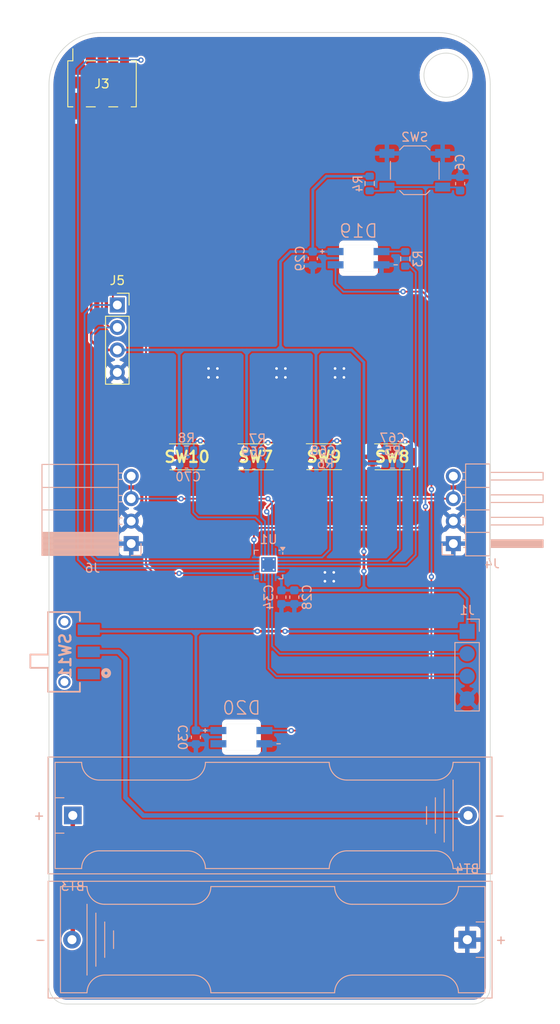
<source format=kicad_pcb>
(kicad_pcb (version 20241229) (generator "pcbnew") (generator_version "9.0")
  (layers (0 "F.Cu" signal) (2 "B.Cu" signal) (13 "F.Paste" user) (15 "B.Paste" user) (5 "F.SilkS" user "F.Silkscreen") (7 "B.SilkS" user "B.Silkscreen") (1 "F.Mask" user) (3 "B.Mask" user) (25 "Edge.Cuts" user))
  (net 0 "")
  (net 1 "GND")
  (net 2 "+3.3V")
  (net 3 "Net-(BT3--)")
  (net 4 "/NTST")
  (net 5 "/NEO")
  (net 6 "/SWDIO")
  (net 7 "/SWCLK")
  (net 8 "/RX")
  (net 9 "/SDA")
  (net 10 "/SCL")
  (net 11 "/GPIO1")
  (net 12 "/GPIO2")
  (net 13 "+BATT")
  (net 14 "/TX")
  (net 15 "/BTTN1")
  (net 16 "/BTTN2")
  (net 17 "Net-(D19-DIN)")
  (net 18 "/BTTN3")
  (net 19 "/BTTN4")
  (net 24 "Net-(D19-DOUT)")
  (footprint "Footprints:TS1088R02026" (layer "F.Cu") (at 134.195 85.2)
    (property "Reference" "SW10" (at 0 0 0) (layer "F.SilkS") (effects (font (size 1.27 1.27) (thickness 0.254))))
    (property "Value" "SW_Push" (hide yes))
    (pad "1" smd rect (at -2.225 0) (size 1.05 2) (layers "F.Cu" "F.Mask" "F.Paste") (net 1 "GND"))
    (pad "2" smd rect (at 2.225 0) (size 1.05 2) (layers "F.Cu" "F.Mask" "F.Paste") (net 19 "/BTTN4"))
  )
  (footprint "Footprints:TS1088R02026" (layer "F.Cu") (at 149.67 85.185666)
    (property "Reference" "SW9" (at 0 0 0) (layer "F.SilkS") (effects (font (size 1.27 1.27) (thickness 0.254))))
    (property "Value" "SW_Push" (hide yes))
    (pad "1" smd rect (at -2.225 0) (size 1.05 2) (layers "F.Cu" "F.Mask" "F.Paste") (net 1 "GND"))
    (pad "2" smd rect (at 2.225 0) (size 1.05 2) (layers "F.Cu" "F.Mask" "F.Paste") (net 16 "/BTTN2"))
  )
  (footprint "Connector_PinSocket_2.54mm:PinSocket_1x04_P2.54mm_Vertical" (layer "F.Cu") (at 126.305 68.04)
    (property "Reference" "J5" (at 0 -2.77 0) (layer "F.SilkS"))
    (property "Value" "I2C")
    (pad "1" thru_hole rect (at 0 0) (size 1.7 1.7) (drill 1) (layers "*.Cu" "*.Mask") (net 9 "/SDA"))
    (pad "2" thru_hole circle (at 0 2.54) (size 1.7 1.7) (drill 1) (layers "*.Cu" "*.Mask") (net 10 "/SCL"))
    (pad "3" thru_hole circle (at 0 5.08) (size 1.7 1.7) (drill 1) (layers "*.Cu" "*.Mask") (net 2 "+3.3V"))
    (pad "4" thru_hole circle (at 0 7.62) (size 1.7 1.7) (drill 1) (layers "*.Cu" "*.Mask") (net 1 "GND"))
  )
  (footprint "Footprints:TS1088R02026" (layer "F.Cu") (at 157.395 85.2)
    (property "Reference" "SW8" (at 0 0 0) (layer "F.SilkS") (effects (font (size 1.27 1.27) (thickness 0.254))))
    (property "Value" "SW_Push" (hide yes))
    (pad "1" smd rect (at -2.225 0) (size 1.05 2) (layers "F.Cu" "F.Mask" "F.Paste") (net 1 "GND"))
    (pad "2" smd rect (at 2.225 0) (size 1.05 2) (layers "F.Cu" "F.Mask" "F.Paste") (net 15 "/BTTN1"))
  )
  (footprint "Footprints:TS1088R02026" (layer "F.Cu") (at 141.945 85.2)
    (property "Reference" "SW7" (at 0 0 0) (layer "F.SilkS") (effects (font (size 1.27 1.27) (thickness 0.254))))
    (property "Value" "SW_Push" (hide yes))
    (pad "1" smd rect (at -2.225 0) (size 1.05 2) (layers "F.Cu" "F.Mask" "F.Paste") (net 1 "GND"))
    (pad "2" smd rect (at 2.225 0) (size 1.05 2) (layers "F.Cu" "F.Mask" "F.Paste") (net 18 "/BTTN3"))
  )
  (footprint "Connector_PinSocket_2.54mm:PinSocket_2x03_P2.54mm_Vertical_SMD" (layer "F.Cu") (at 124.57625 43.04375 90)
    (property "Reference" "J3" (at 0 -0.00625 180) (layer "F.SilkS"))
    (property "Value" "ADDON")
    (pad "1" smd rect (at 2.52 -2.54 90) (size 3 1) (layers "F.Cu" "F.Mask" "F.Paste") (net 2 "+3.3V"))
    (pad "2" smd rect (at -2.52 -2.54 90) (size 3 1) (layers "F.Cu" "F.Mask" "F.Paste") (net 1 "GND"))
    (pad "3" smd rect (at 2.52 0 90) (size 3 1) (layers "F.Cu" "F.Mask" "F.Paste") (net 9 "/SDA"))
    (pad "4" smd rect (at -2.52 0 90) (size 3 1) (layers "F.Cu" "F.Mask" "F.Paste") (net 10 "/SCL"))
    (pad "5" smd rect (at 2.52 2.54 90) (size 3 1) (layers "F.Cu" "F.Mask" "F.Paste") (net 12 "/GPIO2"))
    (pad "6" smd rect (at -2.52 2.54 90) (size 3 1) (layers "F.Cu" "F.Mask" "F.Paste") (net 11 "/GPIO1"))
  )
  (footprint "Battery:BatteryHolder_Keystone_2466_1xAAA" (layer "B.Cu") (at 165.88 139.77 180)
    (property "Reference" "BT4" (at 0 8 0) (layer "B.SilkS") (effects (justify mirror)))
    (property "Value" "Battery_Cell")
    (fp_text user "+" (at -3.81 0 0) (layer "B.SilkS") (effects (justify mirror)))
    (fp_text user "-" (at 48.26 0 0) (layer "B.SilkS") (effects (justify mirror)))
    (pad "1" thru_hole rect (at 0 0 180) (size 2 2) (drill 1.02) (layers "*.Cu" "*.Mask") (net 1 "GND"))
    (pad "2" thru_hole circle (at 44.7 0 180) (size 2 2) (drill 1.02) (layers "*.Cu" "*.Mask") (net 3 "Net-(BT3--)"))
  )
  (footprint "Connector_PinHeader_2.54mm:PinHeader_1x04_P2.54mm_Horizontal" (layer "B.Cu") (at 164.3 95.007751)
    (property "Reference" "J4" (at 4.385 2.27 0) (layer "B.SilkS") (effects (justify mirror)))
    (property "Value" "Conn_01x04_Pin")
    (pad "1" thru_hole rect (at 0 0) (size 1.7 1.7) (drill 1) (layers "*.Cu" "*.Mask") (net 1 "GND"))
    (pad "2" thru_hole circle (at 0 -2.54) (size 1.7 1.7) (drill 1) (layers "*.Cu" "*.Mask") (net 1 "GND"))
    (pad "3" thru_hole circle (at 0 -5.08) (size 1.7 1.7) (drill 1) (layers "*.Cu" "*.Mask") (net 14 "/TX"))
    (pad "4" thru_hole circle (at 0 -7.62) (size 1.7 1.7) (drill 1) (layers "*.Cu" "*.Mask") (net 14 "/TX"))
  )
  (footprint "Package_DFN_QFN:QFN-20-1EP_3x3mm_P0.4mm_EP1.65x1.65mm_ThermalVias" (layer "B.Cu") (at 143.405 97.36875 180)
    (property "Reference" "U1" (at 0 2.83 0) (layer "B.SilkS") (effects (justify mirror)))
    (property "Value" "PY32F030F28U6TR")
    (pad "1" smd roundrect (at -1.45 0.8 180) (size 0.85 0.2) (layers "B.Cu" "B.Mask" "B.Paste") (net 16 "/BTTN2"))
    (pad "2" smd roundrect (at -1.45 0.4 180) (size 0.85 0.2) (layers "B.Cu" "B.Mask" "B.Paste") (net 15 "/BTTN1"))
    (pad "3" smd roundrect (at -1.45 0 180) (size 0.85 0.2) (layers "B.Cu" "B.Mask" "B.Paste") (net 5 "/NEO"))
    (pad "4" smd roundrect (at -1.45 -0.4 180) (size 0.85 0.2) (layers "B.Cu" "B.Mask" "B.Paste") (net 1 "GND"))
    (pad "5" smd roundrect (at -1.45 -0.8 180) (size 0.85 0.2) (layers "B.Cu" "B.Mask" "B.Paste"))
    (pad "6" smd roundrect (at -0.8 -1.45 180) (size 0.2 0.85) (layers "B.Cu" "B.Mask" "B.Paste") (net 2 "+3.3V"))
    (pad "7" smd roundrect (at -0.4 -1.45 180) (size 0.2 0.85) (layers "B.Cu" "B.Mask" "B.Paste") (net 6 "/SWDIO"))
    (pad "8" smd roundrect (at 0 -1.45 180) (size 0.2 0.85) (layers "B.Cu" "B.Mask" "B.Paste") (net 7 "/SWCLK"))
    (pad "9" smd roundrect (at 0.4 -1.45 180) (size 0.2 0.85) (layers "B.Cu" "B.Mask" "B.Paste"))
    (pad "10" smd roundrect (at 0.8 -1.45 180) (size 0.2 0.85) (layers "B.Cu" "B.Mask" "B.Paste"))
    (pad "11" smd roundrect (at 1.45 -0.8 180) (size 0.85 0.2) (layers "B.Cu" "B.Mask" "B.Paste") (net 11 "/GPIO1"))
    (pad "12" smd roundrect (at 1.45 -0.4 180) (size 0.85 0.2) (layers "B.Cu" "B.Mask" "B.Paste") (net 12 "/GPIO2"))
    (pad "13" smd roundrect (at 1.45 0 180) (size 0.85 0.2) (layers "B.Cu" "B.Mask" "B.Paste") (net 9 "/SDA"))
    (pad "14" smd roundrect (at 1.45 0.4 180) (size 0.85 0.2) (layers "B.Cu" "B.Mask" "B.Paste") (net 10 "/SCL"))
    (pad "15" smd roundrect (at 1.45 0.8 180) (size 0.85 0.2) (layers "B.Cu" "B.Mask" "B.Paste") (net 4 "/NTST"))
    (pad "16" smd roundrect (at 0.8 1.45 180) (size 0.2 0.85) (layers "B.Cu" "B.Mask" "B.Paste") (net 19 "/BTTN4"))
    (pad "17" smd roundrect (at 0.4 1.45 180) (size 0.2 0.85) (layers "B.Cu" "B.Mask" "B.Paste") (net 18 "/BTTN3"))
    (pad "18" smd roundrect (at 0 1.45 180) (size 0.2 0.85) (layers "B.Cu" "B.Mask" "B.Paste") (net 14 "/TX"))
    (pad "19" smd roundrect (at -0.4 1.45 180) (size 0.2 0.85) (layers "B.Cu" "B.Mask" "B.Paste") (net 8 "/RX"))
    (pad "20" smd roundrect (at -0.8 1.45 180) (size 0.2 0.85) (layers "B.Cu" "B.Mask" "B.Paste"))
    (pad "21" thru_hole circle (at -0.575 -0.575 180) (size 0.5 0.5) (drill 0.2) (property pad_prop_heatsink) (layers "*.Cu"))
    (pad "21" thru_hole circle (at -0.575 0.575 180) (size 0.5 0.5) (drill 0.2) (property pad_prop_heatsink) (layers "*.Cu"))
    (pad "21" smd rect (at 0 0 180) (size 1.65 1.65) (property pad_prop_heatsink) (layers "F.Cu"))
    (pad "21" smd rect (at 0 0 180) (size 1.65 1.65) (property pad_prop_heatsink) (layers "B.Cu" "B.Mask"))
    (pad "21" thru_hole circle (at 0.575 -0.575 180) (size 0.5 0.5) (drill 0.2) (property pad_prop_heatsink) (layers "*.Cu"))
    (pad "21" thru_hole circle (at 0.575 0.575 180) (size 0.5 0.5) (drill 0.2) (property pad_prop_heatsink) (layers "*.Cu"))
  )
  (footprint "Footprints:LED_SK6812-E" (layer "B.Cu") (at 153.58 62.75 180)
    (property "Reference" "D19" (at 0 3.07 0) (layer "B.SilkS") (effects (font (size 1.5 1.5)) (justify mirror)))
    (property "Value" "WS2812B")
    (fp_line (start 1.7 1.5) (end 1.7 -1.5) (stroke (width 0.01)) (layer "Edge.Cuts"))
    (fp_line (start 1.7 -1.5) (end -1.7 -1.5) (stroke (width 0.01)) (layer "Edge.Cuts"))
    (fp_line (start -1.7 1.5) (end 1.7 1.5) (stroke (width 0.01)) (layer "Edge.Cuts"))
    (fp_line (start -1.7 -1.5) (end -1.7 1.5) (stroke (width 0.01)) (layer "Edge.Cuts"))
    (pad "1" smd rect (at 2.6 0.75 180) (size 1.8 0.82) (layers "B.Cu" "B.Mask" "B.Paste") (net 2 "+3.3V"))
    (pad "2" smd rect (at 2.6 -0.75 180) (size 1.8 0.82) (layers "B.Cu" "B.Mask" "B.Paste") (net 24 "Net-(D19-DOUT)"))
    (pad "3" smd rect (at -2.6 -0.75 180) (size 1.8 0.82) (layers "B.Cu" "B.Mask" "B.Paste") (net 1 "GND"))
    (pad "4" smd rect (at -2.6 0.75 180) (size 1.8 0.82) (layers "B.Cu" "B.Mask" "B.Paste") (net 17 "Net-(D19-DIN)"))
  )
  (footprint "Resistor_SMD:R_0603_1608Metric" (layer "B.Cu") (at 149.59 84.485666 180)
    (property "Reference" "R6" (at -0.237258 -1.47 0) (layer "B.SilkS") (effects (justify mirror)))
    (property "Value" "10k")
    (pad "1" smd roundrect (at -0.825 0 180) (size 0.8 0.95) (layers "B.Cu" "B.Mask" "B.Paste") (net 16 "/BTTN2"))
    (pad "2" smd roundrect (at 0.825 0 180) (size 0.8 0.95) (layers "B.Cu" "B.Mask" "B.Paste") (net 2 "+3.3V"))
  )
  (footprint "Button_Switch_SMD:SW_SPST_TL3342" (layer "B.Cu") (at 159.94 52.81 180)
    (property "Reference" "SW2" (at 0 3.75 0) (layer "B.SilkS") (effects (justify mirror)))
    (property "Value" "RESET")
    (pad "1" smd rect (at -3.15 1.9 180) (size 1.7 1) (layers "B.Cu" "B.Mask" "B.Paste") (net 1 "GND"))
    (pad "1" smd rect (at 3.15 1.9 180) (size 1.7 1) (layers "B.Cu" "B.Mask" "B.Paste") (net 1 "GND"))
    (pad "2" smd rect (at -3.15 -1.9 180) (size 1.7 1) (layers "B.Cu" "B.Mask" "B.Paste") (net 4 "/NTST"))
    (pad "2" smd rect (at 3.15 -1.9 180) (size 1.7 1) (layers "B.Cu" "B.Mask" "B.Paste") (net 4 "/NTST"))
  )
  (footprint "Capacitor_SMD:C_0603_1608Metric" (layer "B.Cu") (at 141.745 86.06 180)
    (property "Reference" "C69" (at 0 1.43 0) (layer "B.SilkS") (effects (justify mirror)))
    (property "Value" "10uF")
    (pad "1" smd roundrect (at -0.775 0 180) (size 0.9 0.95) (layers "B.Cu" "B.Mask" "B.Paste") (net 18 "/BTTN3"))
    (pad "2" smd roundrect (at 0.775 0 180) (size 0.9 0.95) (layers "B.Cu" "B.Mask" "B.Paste") (net 1 "GND"))
  )
  (footprint "Capacitor_SMD:C_0603_1608Metric" (layer "B.Cu") (at 157.42 84.495666 180)
    (property "Reference" "C67" (at 0 1.43 0) (layer "B.SilkS") (effects (justify mirror)))
    (property "Value" "10uF")
    (pad "1" smd roundrect (at -0.775 0 180) (size 0.9 0.95) (layers "B.Cu" "B.Mask" "B.Paste") (net 15 "/BTTN1"))
    (pad "2" smd roundrect (at 0.775 0 180) (size 0.9 0.95) (layers "B.Cu" "B.Mask" "B.Paste") (net 1 "GND"))
  )
  (footprint "Footprints:LED_SK6812-E" (layer "B.Cu") (at 140.34 116.88 180)
    (property "Reference" "D20" (at -0.02 3.3 0) (layer "B.SilkS") (effects (font (size 1.5 1.5)) (justify mirror)))
    (property "Value" "WS2812B")
    (fp_line (start 1.7 1.5) (end 1.7 -1.5) (stroke (width 0.01)) (layer "Edge.Cuts"))
    (fp_line (start 1.7 -1.5) (end -1.7 -1.5) (stroke (width 0.01)) (layer "Edge.Cuts"))
    (fp_line (start -1.7 1.5) (end 1.7 1.5) (stroke (width 0.01)) (layer "Edge.Cuts"))
    (fp_line (start -1.7 -1.5) (end -1.7 1.5) (stroke (width 0.01)) (layer "Edge.Cuts"))
    (pad "1" smd rect (at 2.6 0.75 180) (size 1.8 0.82) (layers "B.Cu" "B.Mask" "B.Paste") (net 2 "+3.3V"))
    (pad "2" smd rect (at 2.6 -0.75 180) (size 1.8 0.82) (layers "B.Cu" "B.Mask" "B.Paste"))
    (pad "3" smd rect (at -2.6 -0.75 180) (size 1.8 0.82) (layers "B.Cu" "B.Mask" "B.Paste") (net 1 "GND"))
    (pad "4" smd rect (at -2.6 0.75 180) (size 1.8 0.82) (layers "B.Cu" "B.Mask" "B.Paste") (net 24 "Net-(D19-DOUT)"))
  )
  (footprint "Capacitor_SMD:C_0603_1608Metric" (layer "B.Cu") (at 146.32 101.06 -90)
    (property "Reference" "C28" (at 0 -1.44 90) (layer "B.SilkS") (effects (justify mirror)))
    (property "Value" "10uF")
    (pad "1" smd roundrect (at -0.775 0 270) (size 0.9 0.95) (layers "B.Cu" "B.Mask" "B.Paste") (net 2 "+3.3V"))
    (pad "2" smd roundrect (at 0.775 0 270) (size 0.9 0.95) (layers "B.Cu" "B.Mask" "B.Paste") (net 1 "GND"))
  )
  (footprint "Resistor_SMD:R_0603_1608Metric" (layer "B.Cu") (at 141.75 84.6 180)
    (property "Reference" "R7" (at -0.4 1.43 0) (layer "B.SilkS") (effects (justify mirror)))
    (property "Value" "10k")
    (pad "1" smd roundrect (at -0.825 0 180) (size 0.8 0.95) (layers "B.Cu" "B.Mask" "B.Paste") (net 18 "/BTTN3"))
    (pad "2" smd roundrect (at 0.825 0 180) (size 0.8 0.95) (layers "B.Cu" "B.Mask" "B.Paste") (net 2 "+3.3V"))
  )
  (footprint "Connector_PinSocket_2.54mm:PinSocket_1x04_P2.54mm_Horizontal" (layer "B.Cu") (at 127.876334 95.007751)
    (property "Reference" "J6" (at -4.38 2.77 0) (layer "B.SilkS") (effects (justify mirror)))
    (property "Value" "Conn_01x04_Pin")
    (pad "1" thru_hole rect (at 0 0) (size 1.7 1.7) (drill 1) (layers "*.Cu" "*.Mask") (net 1 "GND"))
    (pad "2" thru_hole circle (at 0 -2.54) (size 1.7 1.7) (drill 1) (layers "*.Cu" "*.Mask") (net 1 "GND"))
    (pad "3" thru_hole circle (at 0 -5.08) (size 1.7 1.7) (drill 1) (layers "*.Cu" "*.Mask") (net 8 "/RX"))
    (pad "4" thru_hole circle (at 0 -7.62) (size 1.7 1.7) (drill 1) (layers "*.Cu" "*.Mask") (net 8 "/RX"))
  )
  (footprint "Connector_PinHeader_2.54mm:PinHeader_1x04_P2.54mm_Vertical" (layer "B.Cu") (at 165.86 104.92 180)
    (property "Reference" "J1" (at 0 2.38 0) (layer "B.SilkS") (effects (justify mirror)))
    (property "Value" "SWDIO")
    (pad "1" smd rect (at 0 0 180) (size 1.7 1.7) (layers "B.Cu" "B.Mask" "B.Paste") (net 2 "+3.3V"))
    (pad "2" smd circle (at 0 -2.54 180) (size 1.7 1.7) (layers "B.Cu" "B.Mask" "B.Paste") (net 6 "/SWDIO"))
    (pad "3" smd circle (at 0 -5.08 180) (size 1.7 1.7) (layers "B.Cu" "B.Mask" "B.Paste") (net 7 "/SWCLK"))
    (pad "4" smd circle (at 0 -7.62 180) (size 1.7 1.7) (layers "B.Cu" "B.Mask" "B.Paste") (net 1 "GND"))
  )
  (footprint "Resistor_SMD:R_0603_1608Metric" (layer "B.Cu") (at 154.84 54.31 90)
    (property "Reference" "R4" (at -0.02 -1.32 90) (layer "B.SilkS") (effects (justify mirror)))
    (property "Value" "10k")
    (pad "1" smd roundrect (at -0.825 0 90) (size 0.8 0.95) (layers "B.Cu" "B.Mask" "B.Paste") (net 4 "/NTST"))
    (pad "2" smd roundrect (at 0.825 0 90) (size 0.8 0.95) (layers "B.Cu" "B.Mask" "B.Paste") (net 2 "+3.3V"))
  )
  (footprint "Capacitor_SMD:C_0603_1608Metric" (layer "B.Cu") (at 135.19 116.895 -90)
    (property "Reference" "C30" (at 0 1.43 90) (layer "B.SilkS") (effects (justify mirror)))
    (property "Value" "100nF")
    (pad "1" smd roundrect (at -0.775 0 270) (size 0.9 0.95) (layers "B.Cu" "B.Mask" "B.Paste") (net 2 "+3.3V"))
    (pad "2" smd roundrect (at 0.775 0 270) (size 0.9 0.95) (layers "B.Cu" "B.Mask" "B.Paste") (net 1 "GND"))
  )
  (footprint "Capacitor_SMD:C_0603_1608Metric" (layer "B.Cu") (at 148.41 62.78 -90)
    (property "Reference" "C29" (at 0 1.43 90) (layer "B.SilkS") (effects (justify mirror)))
    (property "Value" "100nF")
    (pad "1" smd roundrect (at -0.775 0 270) (size 0.9 0.95) (layers "B.Cu" "B.Mask" "B.Paste") (net 2 "+3.3V"))
    (pad "2" smd roundrect (at 0.775 0 270) (size 0.9 0.95) (layers "B.Cu" "B.Mask" "B.Paste") (net 1 "GND"))
  )
  (footprint "Resistor_SMD:R_0603_1608Metric" (layer "B.Cu") (at 134.12 84.5 180)
    (property "Reference" "R8" (at 0 1.43 0) (layer "B.SilkS") (effects (justify mirror)))
    (property "Value" "10k")
    (pad "1" smd roundrect (at -0.825 0 180) (size 0.8 0.95) (layers "B.Cu" "B.Mask" "B.Paste") (net 19 "/BTTN4"))
    (pad "2" smd roundrect (at 0.825 0 180) (size 0.8 0.95) (layers "B.Cu" "B.Mask" "B.Paste") (net 2 "+3.3V"))
  )
  (footprint "Capacitor_SMD:C_0603_1608Metric" (layer "B.Cu") (at 144.86 101.06 -90)
    (property "Reference" "C34" (at 0 1.43 90) (layer "B.SilkS") (effects (justify mirror)))
    (property "Value" "100nF")
    (pad "1" smd roundrect (at -0.775 0 270) (size 0.9 0.95) (layers "B.Cu" "B.Mask" "B.Paste") (net 2 "+3.3V"))
    (pad "2" smd roundrect (at 0.775 0 270) (size 0.9 0.95) (layers "B.Cu" "B.Mask" "B.Paste") (net 1 "GND"))
  )
  (footprint "Capacitor_SMD:C_0603_1608Metric" (layer "B.Cu") (at 134.12 85.96 180)
    (property "Reference" "C70" (at -0.2 -1.5 0) (layer "B.SilkS") (effects (justify mirror)))
    (property "Value" "10uF")
    (pad "1" smd roundrect (at -0.775 0 180) (size 0.9 0.95) (layers "B.Cu" "B.Mask" "B.Paste") (net 19 "/BTTN4"))
    (pad "2" smd roundrect (at 0.775 0 180) (size 0.9 0.95) (layers "B.Cu" "B.Mask" "B.Paste") (net 1 "GND"))
  )
  (footprint "Capacitor_SMD:C_0603_1608Metric" (layer "B.Cu") (at 149.59 85.94 180)
    (property "Reference" "C68" (at 0 1.43 0) (layer "B.SilkS") (effects (justify mirror)))
    (property "Value" "10uF")
    (pad "1" smd roundrect (at -0.775 0 180) (size 0.9 0.95) (layers "B.Cu" "B.Mask" "B.Paste") (net 16 "/BTTN2"))
    (pad "2" smd roundrect (at 0.775 0 180) (size 0.9 0.95) (layers "B.Cu" "B.Mask" "B.Paste") (net 1 "GND"))
  )
  (footprint "Battery:BatteryHolder_Keystone_2466_1xAAA" (layer "B.Cu") (at 121.27 125.73)
    (property "Reference" "BT3" (at 0 8 0) (layer "B.SilkS") (effects (justify mirror)))
    (property "Value" "Battery_Cell")
    (fp_text user "+" (at -3.81 0 0) (layer "B.SilkS") (effects (justify mirror)))
    (fp_text user "-" (at 48.26 0 0) (layer "B.SilkS") (effects (justify mirror)))
    (pad "1" thru_hole rect (at 0 0) (size 2 2) (drill 1.02) (layers "*.Cu" "*.Mask") (net 3 "Net-(BT3--)"))
    (pad "2" thru_hole circle (at 44.7 0) (size 2 2) (drill 1.02) (layers "*.Cu" "*.Mask") (net 13 "+BATT"))
  )
  (footprint "Footprints:JS102011SAQN" (layer "B.Cu") (at 122.075 107.24375 90)
    (property "Reference" "SW11" (at -0.43 -1.647 90) (layer "B.SilkS") (effects (font (size 1.27 1.27) (thickness 0.254)) (justify mirror)))
    (property "Value" "ON" (hide yes))
    (pad "1" smd rect (at -2.5 1 90) (size 1.2 2.5) (layers "B.Cu" "B.Mask" "B.Paste"))
    (pad "2" smd rect (at 0 1 90) (size 1.2 2.5) (layers "B.Cu" "B.Mask" "B.Paste") (net 13 "+BATT"))
    (pad "3" smd rect (at 2.5 1 90) (size 1.2 2.5) (layers "B.Cu" "B.Mask" "B.Paste") (net 2 "+3.3V"))
    (pad "4" thru_hole circle (at -3.4 -1.75 90) (size 1.4 1.4) (drill 0.9) (layers "*.Cu" "*.Mask"))
    (pad "5" thru_hole circle (at 3.4 -1.75 90) (size 1.4 1.4) (drill 0.9) (layers "*.Cu" "*.Mask"))
  )
  (footprint "Resistor_SMD:R_0603_1608Metric" (layer "B.Cu") (at 157.42 85.95 180)
    (property "Reference" "R5" (at 0 1.43 0) (layer "B.SilkS") (effects (justify mirror)))
    (property "Value" "10k")
    (pad "1" smd roundrect (at -0.825 0 180) (size 0.8 0.95) (layers "B.Cu" "B.Mask" "B.Paste") (net 15 "/BTTN1"))
    (pad "2" smd roundrect (at 0.825 0 180) (size 0.8 0.95) (layers "B.Cu" "B.Mask" "B.Paste") (net 2 "+3.3V"))
  )
  (footprint "Capacitor_SMD:C_0603_1608Metric" (layer "B.Cu") (at 165.07 54.33 90)
    (property "Reference" "C6" (at 2.4 0 90) (layer "B.SilkS") (effects (justify mirror)))
    (property "Value" "100nF")
    (pad "1" smd roundrect (at -0.775 0 90) (size 0.9 0.95) (layers "B.Cu" "B.Mask" "B.Paste") (net 4 "/NTST"))
    (pad "2" smd roundrect (at 0.775 0 90) (size 0.9 0.95) (layers "B.Cu" "B.Mask" "B.Paste") (net 1 "GND"))
  )
  (footprint "Resistor_SMD:R_0603_1608Metric" (layer "B.Cu") (at 158.87 62.825 90)
    (property "Reference" "R3" (at 0 1.43 90) (layer "B.SilkS") (effects (justify mirror)))
    (property "Value" "1K")
    (pad "1" smd roundrect (at -0.825 0 90) (size 0.8 0.95) (layers "B.Cu" "B.Mask" "B.Paste") (net 5 "/NEO"))
    (pad "2" smd roundrect (at 0.825 0 90) (size 0.8 0.95) (layers "B.Cu" "B.Mask" "B.Paste") (net 17 "Net-(D19-DIN)"))
  )
  (gr_curve (pts (xy 120.586355 147.044375) (xy 119.494705 147.044375) (xy 118.579135 146.164015) (xy 118.579135 145.037155)) (stroke (width 0.08)) (layer "Edge.Cuts"))
  (gr_line (start 166.505895 147.044375) (end 120.586355 147.044375) (stroke (width 0.08)) (layer "Edge.Cuts"))
  (gr_curve (pts (xy 163.477733 39.570272) (xy 162.466488 39.570272) (xy 161.554816 40.179431) (xy 161.167829 41.113701)) (stroke (width 0.08)) (layer "Edge.Cuts"))
  (gr_line (start 118.579135 145.037155) (end 118.579135 43.126765) (stroke (width 0.08)) (layer "Edge.Cuts"))
  (gr_curve (pts (xy 162.597095 37.245965) (xy 165.836815 37.245965) (xy 168.477895 39.887045) (xy 168.477895 43.126765)) (stroke (width 0.08)) (layer "Edge.Cuts"))
  (gr_curve (pts (xy 168.477895 145.037155) (xy 168.513095 146.164015) (xy 167.632755 147.044375) (xy 166.505895 147.044375)) (stroke (width 0.08)) (layer "Edge.Cuts"))
  (gr_curve (pts (xy 165.977956 42.070494) (xy 165.977956 41.407394) (xy 165.71454 40.771453) (xy 165.245658 40.30257)) (stroke (width 0.08)) (layer "Edge.Cuts"))
  (gr_curve (pts (xy 165.245658 40.30257) (xy 164.776775 39.833687) (xy 164.140834 39.570272) (xy 163.477733 39.570272)) (stroke (width 0.08)) (layer "Edge.Cuts"))
  (gr_curve (pts (xy 161.167829 41.113701) (xy 160.780842 42.04797) (xy 160.994751 43.12336) (xy 161.709809 43.838418)) (stroke (width 0.08)) (layer "Edge.Cuts"))
  (gr_curve (pts (xy 164.434527 44.380398) (xy 165.368796 43.993412) (xy 165.977956 43.08174) (xy 165.977956 42.070494)) (stroke (width 0.08)) (layer "Edge.Cuts"))
  (gr_line (start 124.459935 37.245965) (end 162.597095 37.245965) (stroke (width 0.08)) (layer "Edge.Cuts"))
  (gr_line (start 168.477895 43.126765) (end 168.477895 145.037155) (stroke (width 0.08)) (layer "Edge.Cuts"))
  (gr_curve (pts (xy 118.579135 43.126765) (xy 118.579135 39.887045) (xy 121.220215 37.245965) (xy 124.459935 37.245965)) (stroke (width 0.08)) (layer "Edge.Cuts"))
  (gr_curve (pts (xy 161.709809 43.838418) (xy 162.424868 44.553477) (xy 163.500258 44.767385) (xy 164.434527 44.380398)) (stroke (width 0.08)) (layer "Edge.Cuts"))
  (via (at 151.93 75.22) (size 0.6) (drill 0.3) (layers "F.Cu" "B.Cu") (net 1))
  (via (at 150.78 99.26) (size 0.6) (drill 0.3) (layers "F.Cu" "B.Cu") (net 1))
  (via (at 150.78 98.26) (size 0.6) (drill 0.3) (layers "F.Cu" "B.Cu") (net 1))
  (via (at 150.93 76.22) (size 0.6) (drill 0.3) (layers "F.Cu" "B.Cu") (net 1))
  (via (at 136.62 76.22) (size 0.6) (drill 0.3) (layers "F.Cu" "B.Cu") (net 1))
  (via (at 150.93 75.22) (size 0.6) (drill 0.3) (layers "F.Cu" "B.Cu") (net 1))
  (via (at 144.31 76.22) (size 0.6) (drill 0.3) (layers "F.Cu" "B.Cu") (net 1))
  (via (at 149.78 98.26) (size 0.6) (drill 0.3) (layers "F.Cu" "B.Cu") (net 1))
  (via (at 145.31 76.22) (size 0.6) (drill 0.3) (layers "F.Cu" "B.Cu") (net 1))
  (via (at 151.93 76.22) (size 0.6) (drill 0.3) (layers "F.Cu" "B.Cu") (net 1))
  (via (at 137.62 75.22) (size 0.6) (drill 0.3) (layers "F.Cu" "B.Cu") (net 1))
  (via (at 137.62 76.22) (size 0.6) (drill 0.3) (layers "F.Cu" "B.Cu") (net 1))
  (via (at 145.31 75.22) (size 0.6) (drill 0.3) (layers "F.Cu" "B.Cu") (net 1))
  (via (at 144.31 75.22) (size 0.6) (drill 0.3) (layers "F.Cu" "B.Cu") (net 1))
  (via (at 136.62 75.22) (size 0.6) (drill 0.3) (layers "F.Cu" "B.Cu") (net 1))
  (via (at 149.78 99.26) (size 0.6) (drill 0.3) (layers "F.Cu" "B.Cu") (net 1))
  (segment (start 146.49875 97.76875) (end 146.82 98.09) (width 0.2) (layer "B.Cu") (net 1))
  (segment (start 144.855 97.76875) (end 146.49875 97.76875) (width 0.2) (layer "B.Cu") (net 1))
  (segment (start 123.35 41.8375) (end 123.35 72.06) (width 0.3) (layer "F.Cu") (net 2))
  (segment (start 142.15 104.91) (end 145.26 104.91) (width 0.3) (layer "F.Cu") (net 2))
  (segment (start 123.35 72.06) (end 124.41 73.12) (width 0.3) (layer "F.Cu") (net 2))
  (segment (start 124.41 73.12) (end 126.305 73.12) (width 0.3) (layer "F.Cu") (net 2))
  (segment (start 122.03625 40.52375) (end 123.35 41.8375) (width 0.3) (layer "F.Cu") (net 2))
  (segment (start 145.26 104.91) (end 145.27 104.92) (width 0.3) (layer "F.Cu") (net 2))
  (segment (start 154.19 95.9) (end 154.19 98.13) (width 0.3) (layer "F.Cu") (net 2))
  (via (at 142.15 104.91) (size 0.6) (drill 0.3) (layers "F.Cu" "B.Cu") (net 2))
  (via (at 145.27 104.92) (size 0.6) (drill 0.3) (layers "F.Cu" "B.Cu") (net 2))
  (via (at 154.19 95.9) (size 0.6) (drill 0.3) (layers "F.Cu" "B.Cu") (net 2))
  (via (at 154.19 98.13) (size 0.6) (drill 0.3) (layers "F.Cu" "B.Cu") (net 2))
  (segment (start 133.295 73.58) (end 133.31 73.58) (width 0.3) (layer "B.Cu") (net 2))
  (segment (start 154.19 74.51) (end 154.19 85.36) (width 0.3) (layer "B.Cu") (net 2))
  (segment (start 135.19 104.91) (end 134.74 104.91) (width 0.3) (layer "B.Cu") (net 2))
  (segment (start 148.41 62.005) (end 150.975 62.005) (width 0.3) (layer "B.Cu") (net 2))
  (segment (start 145.27 104.92) (end 165.86 104.92) (width 0.3) (layer "B.Cu") (net 2))
  (segment (start 154.19 85.95) (end 154.19 86.34) (width 0.3) (layer "B.Cu") (net 2))
  (segment (start 144.49875 98.81875) (end 144.256 98.81875) (width 0.3) (layer "B.Cu") (net 2))
  (segment (start 134.75 104.91) (end 135.19 105.35) (width 0.3) (layer "B.Cu") (net 2))
  (segment (start 150.975 62.005) (end 150.98 62) (width 0.3) (layer "B.Cu") (net 2))
  (segment (start 154.19 99.875) (end 154.6 100.285) (width 0.3) (layer "B.Cu") (net 2))
  (segment (start 145.905 62.005) (end 144.76 63.15) (width 0.3) (layer "B.Cu") (net 2))
  (segment (start 153.77 100.285) (end 154.19 100.285) (width 0.3) (layer "B.Cu") (net 2))
  (segment (start 141.4 73.12) (end 144.36 73.12) (width 0.3) (layer "B.Cu") (net 2))
  (segment (start 148.765 73.545) (end 148.765 73.59) (width 0.3) (layer "B.Cu") (net 2))
  (segment (start 154.19 85.36) (end 154.19 85.95) (width 0.3) (layer "B.Cu") (net 2))
  (segment (start 148.34 73.12) (end 148.76 73.12) (width 0.3) (layer "B.Cu") (net 2))
  (segment (start 148.34 73.12) (end 148.765 73.545) (width 0.3) (layer "B.Cu") (net 2))
  (segment (start 148.41 62.005) (end 145.905 62.005) (width 0.3) (layer "B.Cu") (net 2))
  (segment (start 135.19 116.12) (end 137.73 116.12) (width 0.3) (layer "B.Cu") (net 2))
  (segment (start 154.56 85.95) (end 154.19 86.32) (width 0.3) (layer "B.Cu") (net 2))
  (segment (start 154.19 98.13) (end 154.19 99.66) (width 0.3) (layer "B.Cu") (net 2))
  (segment (start 144.76 72.59) (end 144.76 72.71) (width 0.3) (layer "B.Cu") (net 2))
  (segment (start 154.19 85.36) (end 154.19 85.58) (width 0.3) (layer "B.Cu") (net 2))
  (segment (start 152.8 73.12) (end 154.19 74.51) (width 0.3) (layer "B.Cu") (net 2))
  (segment (start 137.73 116.12) (end 137.74 116.13) (width 0.3) (layer "B.Cu") (net 2))
  (segment (start 134.74 104.91) (end 123.24125 104.91) (width 0.3) (layer "B.Cu") (net 2))
  (segment (start 133.295 73.125) (end 133.29 73.12) (width 0.3) (layer "B.Cu") (net 2))
  (segment (start 144.86 100.285) (end 144.86 99.18) (width 0.3) (layer "B.Cu") (net 2))
  (segment (start 148.77 73.59) (end 149.24 73.12) (width 0.3) (layer "B.Cu") (net 2))
  (segment (start 140.925 73.125) (end 140.93 73.12) (width 0.3) (layer "B.Cu") (net 2))
  (segment (start 148.76 73.12) (end 149.24 73.12) (width 0.3) (layer "B.Cu") (net 2))
  (segment (start 144.86 99.18) (end 144.49875 98.81875) (width 0.3) (layer "B.Cu") (net 2))
  (segment (start 148.41 55.01) (end 148.41 62.005) (width 0.3) (layer "B.Cu") (net 2))
  (segment (start 140.475 73.12) (end 140.925 73.57) (width 0.3) (layer "B.Cu") (net 2))
  (segment (start 133.31 73.58) (end 133.77 73.12) (width 0.3) (layer "B.Cu") (net 2))
  (segment (start 154.19 99.66) (end 154.19 100.285) (width 0.3) (layer "B.Cu") (net 2))
  (segment (start 164.945 100.285) (end 165.86 101.2) (width 0.3) (layer "B.Cu") (net 2))
  (segment (start 135.19 105.35) (end 135.2 105.35) (width 0.3) (layer "B.Cu") (net 2))
  (segment (start 154.19 100.285) (end 154.6 100.285) (width 0.3) (layer "B.Cu") (net 2))
  (segment (start 149.935 53.485) (end 148.41 55.01) (width 0.3) (layer "B.Cu") (net 2))
  (segment (start 165.86 101.2) (end 165.86 104.92) (width 0.3) (layer "B.Cu") (net 2))
  (segment (start 154.6 100.285) (end 164.945 100.285) (width 0.3) (layer "B.Cu") (net 2))
  (segment (start 144.76 72.71) (end 145.17 73.12) (width 0.3) (layer "B.Cu") (net 2))
  (segment (start 154.84 53.485) (end 149.935 53.485) (width 0.3) (layer "B.Cu") (net 2))
  (segment (start 156.595 85.95) (end 154.56 85.95) (width 0.3) (layer "B.Cu") (net 2))
  (segment (start 140.925 73.57) (end 140.925 73.125) (width 0.3) (layer "B.Cu") (net 2))
  (segment (start 148.765 73.59) (end 148.77 73.59) (width 0.3) (layer "B.Cu") (net 2))
  (segment (start 148.765 73.59) (end 148.765 73.125) (width 0.3) (layer "B.Cu") (net 2))
  (segment (start 144.76 72.72) (end 144.36 73.12) (width 0.3) (layer "B.Cu") (net 2))
  (segment (start 146.32 100.285) (end 153.77 100.285) (width 0.3) (layer "B.Cu") (net 2))
  (segment (start 140.925 84.6) (end 140.925 73.57) (width 0.3) (layer "B.Cu") (net 2))
  (segment (start 142.15 104.91) (end 135.64 104.91) (width 0.3) (layer "B.Cu") (net 2))
  (segment (start 154.19 99.66) (end 154.19 99.875) (width 0.3) (layer "B.Cu") (net 2))
  (segment (start 133.77 73.12) (end 140.4 73.12) (width 0.3) (layer "B.Cu") (net 2))
  (segment (start 140.93 73.12) (end 141.4 73.12) (width 0.3) (layer "B.Cu") (net 2))
  (segment (start 154.19 86.32) (end 154.19 86.34) (width 0.3) (layer "B.Cu") (net 2))
  (segment (start 132.82 73.12) (end 132.835 73.12) (width 0.3) (layer "B.Cu") (net 2))
  (segment (start 133.295 73.58) (end 133.295 73.125) (width 0.3) (layer "B.Cu") (net 2))
  (segment (start 154.56 85.95) (end 154.19 85.95) (width 0.3) (layer "B.Cu") (net 2))
  (segment (start 133.295 84.5) (end 133.295 73.58) (width 0.3) (layer "B.Cu") (net 2))
  (segment (start 144.76 63.15) (end 144.76 72.59) (width 0.3) (layer "B.Cu") (net 2))
  (segment (start 144.76 72.59) (end 144.76 73.12) (width 0.3) (layer "B.Cu") (net 2))
  (segment (start 154.19 85.58) (end 154.56 85.95) (width 0.3) (layer "B.Cu") (net 2))
  (segment (start 144.86 100.285) (end 146.32 100.285) (width 0.3) (layer "B.Cu") (net 2))
  (segment (start 135.2 105.35) (end 135.64 104.91) (width 0.3) (layer "B.Cu") (net 2))
  (segment (start 144.36 73.12) (end 144.76 73.12) (width 0.3) (layer "B.Cu") (net 2))
  (segment (start 144.76 72.59) (end 144.76 72.72) (width 0.3) (layer "B.Cu") (net 2))
  (segment (start 133.29 73.12) (end 133.77 73.12) (width 0.3) (layer "B.Cu") (net 2))
  (segment (start 149.24 73.12) (end 152.8 73.12) (width 0.3) (layer "B.Cu") (net 2))
  (segment (start 132.82 73.12) (end 133.29 73.12) (width 0.3) (layer "B.Cu") (net 2))
  (segment (start 148.765 84.485666) (end 148.765 73.59) (width 0.3) (layer "B.Cu") (net 2))
  (segment (start 144.76 73.12) (end 145.17 73.12) (width 0.3) (layer "B.Cu") (net 2))
  (segment (start 140.4 73.12) (end 140.475 73.12) (width 0.3) (layer "B.Cu") (net 2))
  (segment (start 134.74 104.91) (end 134.75 104.91) (width 0.3) (layer "B.Cu") (net 2))
  (segment (start 154.19 86.34) (end 154.19 95.9) (width 0.3) (layer "B.Cu") (net 2))
  (segment (start 145.17 73.12) (end 148.34 73.12) (width 0.3) (layer "B.Cu") (net 2))
  (segment (start 123.24125 104.91) (end 123.075 104.74375) (width 0.3) (layer "B.Cu") (net 2))
  (segment (start 154.19 99.66) (end 154.19 99.865) (width 0.3) (layer "B.Cu") (net 2))
  (segment (start 135.64 104.91) (end 135.19 104.91) (width 0.3) (layer "B.Cu") (net 2))
  (segment (start 148.765 73.125) (end 148.76 73.12) (width 0.3) (layer "B.Cu") (net 2))
  (segment (start 135.19 105.35) (end 135.19 104.91) (width 0.3) (layer "B.Cu") (net 2))
  (segment (start 154.19 99.865) (end 153.77 100.285) (width 0.3) (layer "B.Cu") (net 2))
  (segment (start 140.95 73.57) (end 141.4 73.12) (width 0.3) (layer "B.Cu") (net 2))
  (segment (start 132.835 73.12) (end 133.295 73.58) (width 0.3) (layer "B.Cu") (net 2))
  (segment (start 140.4 73.12) (end 140.93 73.12) (width 0.3) (layer "B.Cu") (net 2))
  (segment (start 140.925 73.57) (end 140.95 73.57) (width 0.3) (layer "B.Cu") (net 2))
  (segment (start 135.19 116.12) (end 135.19 105.35) (width 0.3) (layer "B.Cu") (net 2))
  (segment (start 126.305 73.12) (end 132.82 73.12) (width 0.3) (layer "B.Cu") (net 2))
  (segment (start 121.27 139.68) (end 121.18 139.77) (width 1) (layer "F.Cu") (net 3))
  (segment (start 121.27 125.73) (end 121.27 139.68) (width 0.5) (layer "F.Cu") (net 3))
  (segment (start 141.75 93.86) (end 142.38 93.23) (width 0.2) (layer "F.Cu") (net 4))
  (segment (start 141.75 94.57) (end 141.75 93.86) (width 0.2) (layer "F.Cu") (net 4))
  (segment (start 161.15 92.36) (end 161.15 90.82) (width 0.2) (layer "F.Cu") (net 4))
  (segment (start 160.28 93.23) (end 161.15 92.36) (width 0.2) (layer "F.Cu") (net 4))
  (segment (start 142.38 93.23) (end 160.28 93.23) (width 0.2) (layer "F.Cu") (net 4))
  (via (at 141.75 94.57) (size 0.6) (drill 0.3) (layers "F.Cu" "B.Cu") (net 4))
  (via (at 161.15 90.82) (size 0.6) (drill 0.3) (layers "F.Cu" "B.Cu") (net 4))
  (segment (start 161.15 90.82) (end 161.15 55.04) (width 0.2) (layer "B.Cu") (net 4))
  (segment (start 160.86 54.71) (end 161.15 55) (width 0.2) (layer "B.Cu") (net 4))
  (segment (start 156.365 55.135) (end 156.79 54.71) (width 0.2) (layer "B.Cu") (net 4))
  (segment (start 141.76 96.37375) (end 141.955 96.56875) (width 0.2) (layer "B.Cu") (net 4))
  (segment (start 160.86 54.71) (end 161.14 54.71) (width 0.2) (layer "B.Cu") (net 4))
  (segment (start 141.75 94.73) (end 141.76 94.74) (width 0.2) (layer "B.Cu") (net 4))
  (segment (start 156.79 54.71) (end 160.86 54.71) (width 0.2) (layer "B.Cu") (net 4))
  (segment (start 161.14 54.71) (end 161.49 54.71) (width 0.2) (layer "B.Cu") (net 4))
  (segment (start 141.76 94.74) (end 141.76 96.37375) (width 0.2) (layer "B.Cu") (net 4))
  (segment (start 164.715 54.75) (end 165.07 55.105) (width 0.2) (layer "B.Cu") (net 4))
  (segment (start 154.84 55.135) (end 156.365 55.135) (width 0.2) (layer "B.Cu") (net 4))
  (segment (start 161.48 54.71) (end 161.49 54.71) (width 0.2) (layer "B.Cu") (net 4))
  (segment (start 161.15 54.72) (end 161.14 54.71) (width 0.2) (layer "B.Cu") (net 4))
  (segment (start 163.09 54.71) (end 163.13 54.75) (width 0.2) (layer "B.Cu") (net 4))
  (segment (start 161.49 54.71) (end 163.09 54.71) (width 0.2) (layer "B.Cu") (net 4))
  (segment (start 161.15 55) (end 161.15 55.04) (width 0.2) (layer "B.Cu") (net 4))
  (segment (start 161.15 55.04) (end 161.15 54.72) (width 0.2) (layer "B.Cu") (net 4))
  (segment (start 141.75 94.57) (end 141.75 94.73) (width 0.2) (layer "B.Cu") (net 4))
  (segment (start 163.13 54.75) (end 164.715 54.75) (width 0.2) (layer "B.Cu") (net 4))
  (segment (start 161.15 55.04) (end 161.48 54.71) (width 0.2) (layer "B.Cu") (net 4))
  (segment (start 160.05 96.27) (end 160.05 64.34) (width 0.2) (layer "B.Cu") (net 5))
  (segment (start 159.36 63.65) (end 158.87 63.65) (width 0.2) (layer "B.Cu") (net 5))
  (segment (start 158.95125 97.36875) (end 160.05 96.27) (width 0.2) (layer "B.Cu") (net 5))
  (segment (start 144.855 97.36875) (end 158.95125 97.36875) (width 0.2) (layer "B.Cu") (net 5))
  (segment (start 160.05 64.34) (end 159.36 63.65) (width 0.2) (layer "B.Cu") (net 5))
  (segment (start 144.67 107.46) (end 165.86 107.46) (width 0.2) (layer "B.Cu") (net 6))
  (segment (start 143.805 98.81875) (end 143.805 106.595) (width 0.2) (layer "B.Cu") (net 6))
  (segment (start 143.805 106.595) (end 144.67 107.46) (width 0.2) (layer "B.Cu") (net 6))
  (segment (start 143.405 98.81875) (end 143.405 109.105) (width 0.2) (layer "B.Cu") (net 7))
  (segment (start 144.3 110) (end 165.86 110) (width 0.2) (layer "B.Cu") (net 7))
  (segment (start 143.405 109.105) (end 144.3 110) (width 0.2) (layer "B.Cu") (net 7))
  (segment (start 133.52 89.93) (end 143.34 89.93) (width 0.2) (layer "F.Cu") (net 8))
  (via (at 133.52 89.93) (size 0.6) (drill 0.3) (layers "F.Cu" "B.Cu") (net 8))
  (via (at 143.34 89.93) (size 0.6) (drill 0.3) (layers "F.Cu" "B.Cu") (net 8))
  (segment (start 127.876334 89.927751) (end 133.517751 89.927751) (width 0.2) (layer "B.Cu") (net 8))
  (segment (start 143.805 90.395) (end 143.34 89.93) (width 0.2) (layer "B.Cu") (net 8))
  (segment (start 127.876334 87.387751) (end 127.876334 89.927751) (width 0.2) (layer "B.Cu") (net 8))
  (segment (start 143.805 95.91875) (end 143.805 90.395) (width 0.2) (layer "B.Cu") (net 8))
  (segment (start 133.517751 89.927751) (end 133.52 89.93) (width 0.2) (layer "B.Cu") (net 8))
  (segment (start 125.8 67.535) (end 126.305 68.04) (width 0.2) (layer "F.Cu") (net 9))
  (segment (start 124.57625 40.52375) (end 125.8 41.7475) (width 0.2) (layer "F.Cu") (net 9))
  (segment (start 125.8 41.7475) (end 125.8 67.535) (width 0.2) (layer "F.Cu") (net 9))
  (segment (start 122.6 69.05) (end 123.61 68.04) (width 0.2) (layer "B.Cu") (net 9))
  (segment (start 123.39875 97.36875) (end 122.6 96.57) (width 0.2) (layer "B.Cu") (net 9))
  (segment (start 123.61 68.04) (end 126.305 68.04) (width 0.2) (layer "B.Cu") (net 9))
  (segment (start 141.955 97.36875) (end 123.39875 97.36875) (width 0.2) (layer "B.Cu") (net 9))
  (segment (start 122.6 96.57) (end 122.6 69.05) (width 0.2) (layer "B.Cu") (net 9))
  (segment (start 124.57625 69.71625) (end 125.44 70.58) (width 0.2) (layer "F.Cu") (net 10))
  (segment (start 125.44 70.58) (end 126.305 70.58) (width 0.2) (layer "F.Cu") (net 10))
  (segment (start 124.57625 45.56375) (end 124.57625 69.71625) (width 0.2) (layer "F.Cu") (net 10))
  (segment (start 126.305 70.58) (end 124.23 70.58) (width 0.2) (layer "B.Cu") (net 10))
  (segment (start 123.35 71.46) (end 123.35 96.36) (width 0.2) (layer "B.Cu") (net 10))
  (segment (start 124.23 70.58) (end 123.35 71.46) (width 0.2) (layer "B.Cu") (net 10))
  (segment (start 123.35 96.36) (end 123.95875 96.96875) (width 0.2) (layer "B.Cu") (net 10))
  (segment (start 123.95875 96.96875) (end 141.955 96.96875) (width 0.2) (layer "B.Cu") (net 10))
  (segment (start 128.75375 45.56375) (end 127.11625 45.56375) (width 0.2) (layer "F.Cu") (net 11))
  (segment (start 130.45875 98.36875) (end 129.55 97.46) (width 0.2) (layer "F.Cu") (net 11))
  (segment (start 129.55 97.46) (end 129.55 46.36) (width 0.2) (layer "F.Cu") (net 11))
  (segment (start 129.55 46.36) (end 128.75375 45.56375) (width 0.2) (layer "F.Cu") (net 11))
  (segment (start 133.29 98.36875) (end 130.45875 98.36875) (width 0.2) (layer "F.Cu") (net 11))
  (via (at 133.29 98.36875) (size 0.6) (drill 0.3) (layers "F.Cu" "B.Cu") (net 11))
  (segment (start 141.77375 98.35) (end 133.30875 98.35) (width 0.2) (layer "B.Cu") (net 11))
  (segment (start 133.30875 98.35) (end 133.29 98.36875) (width 0.2) (layer "B.Cu") (net 11))
  (segment (start 141.955 98.16875) (end 141.77375 98.35) (width 0.2) (layer "B.Cu") (net 11))
  (segment (start 127.28 40.36) (end 127.11625 40.52375) (width 0.2) (layer "F.Cu") (net 12))
  (segment (start 128.98 40.36) (end 127.28 40.36) (width 0.2) (layer "F.Cu") (net 12))
  (via (at 128.98 40.36) (size 0.6) (drill 0.3) (layers "F.Cu" "B.Cu") (net 12))
  (segment (start 122.78875 97.76875) (end 121.85 96.83) (width 0.2) (layer "B.Cu") (net 12))
  (segment (start 122.93 40.36) (end 128.98 40.36) (width 0.2) (layer "B.Cu") (net 12))
  (segment (start 141.955 97.76875) (end 122.78875 97.76875) (width 0.2) (layer "B.Cu") (net 12))
  (segment (start 121.85 96.83) (end 121.85 41.44) (width 0.2) (layer "B.Cu") (net 12))
  (segment (start 121.85 41.44) (end 122.93 40.36) (width 0.2) (layer "B.Cu") (net 12))
  (segment (start 127.225 123.705) (end 127.225 108.035) (width 0.5) (layer "B.Cu") (net 13))
  (segment (start 129.25 125.73) (end 127.225 123.705) (width 0.5) (layer "B.Cu") (net 13))
  (segment (start 127.225 108.035) (end 126.43 107.24) (width 0.5) (layer "B.Cu") (net 13))
  (segment (start 165.97 125.73) (end 129.25 125.73) (width 0.5) (layer "B.Cu") (net 13))
  (segment (start 126.43 107.24) (end 123.07875 107.24) (width 0.5) (layer "B.Cu") (net 13))
  (segment (start 123.07875 107.24) (end 123.075 107.24375) (width 0.5) (layer "B.Cu") (net 13))
  (segment (start 164.3 89.927751) (end 144.222249 89.927751) (width 0.2) (layer "F.Cu") (net 14))
  (segment (start 143.205 90.945) (end 143.205 91.4) (width 0.2) (layer "F.Cu") (net 14))
  (segment (start 144.222249 89.927751) (end 143.205 90.945) (width 0.2) (layer "F.Cu") (net 14))
  (via (at 143.205 91.4) (size 0.6) (drill 0.3) (layers "F.Cu" "B.Cu") (net 14))
  (segment (start 164.3 87.387751) (end 164.3 89.927751) (width 0.2) (layer "B.Cu") (net 14))
  (segment (start 164.292249 89.92) (end 164.3 89.927751) (width 0.2) (layer "B.Cu") (net 14))
  (segment (start 163.676334 89.927751) (end 164.3 89.927751) (width 0.2) (layer "B.Cu") (net 14))
  (segment (start 143.205 91.4) (end 143.405 91.6) (width 0.2) (layer "B.Cu") (net 14))
  (segment (start 143.405 91.6) (end 143.405 95.91875) (width 0.2) (layer "B.Cu") (net 14))
  (segment (start 159.62 83.8) (end 159.62 85.2) (width 0.2) (layer "F.Cu") (net 15))
  (segment (start 159.31 83.49) (end 159.62 83.8) (width 0.2) (layer "F.Cu") (net 15))
  (segment (start 158.83 83.49) (end 159.31 83.49) (width 0.2) (layer "F.Cu") (net 15))
  (via (at 158.83 83.49) (size 0.6) (drill 0.3) (layers "F.Cu" "B.Cu") (net 15))
  (segment (start 156.88125 96.96875) (end 144.855 96.96875) (width 0.2) (layer "B.Cu") (net 15))
  (segment (start 158.83 83.49) (end 158.48 83.49) (width 0.2) (layer "B.Cu") (net 15))
  (segment (start 158.245 84.545666) (end 158.195 84.495666) (width 0.2) (layer "B.Cu") (net 15))
  (segment (start 158.195 83.775) (end 158.195 84.495666) (width 0.2) (layer "B.Cu") (net 15))
  (segment (start 158.245 85.95) (end 158.245 95.605) (width 0.2) (layer "B.Cu") (net 15))
  (segment (start 158.48 83.49) (end 158.195 83.775) (width 0.2) (layer "B.Cu") (net 15))
  (segment (start 158.245 85.95) (end 158.245 84.545666) (width 0.2) (layer "B.Cu") (net 15))
  (segment (start 158.245 95.605) (end 156.88125 96.96875) (width 0.2) (layer "B.Cu") (net 15))
  (segment (start 151.57 83.39) (end 151.895 83.715) (width 0.2) (layer "F.Cu") (net 16))
  (segment (start 151.895 83.715) (end 151.895 85.185666) (width 0.2) (layer "F.Cu") (net 16))
  (segment (start 151.13 83.39) (end 151.57 83.39) (width 0.2) (layer "F.Cu") (net 16))
  (via (at 151.13 83.39) (size 0.6) (drill 0.3) (layers "F.Cu" "B.Cu") (net 16))
  (segment (start 144.855 96.56875) (end 149.47125 96.56875) (width 0.2) (layer "B.Cu") (net 16))
  (segment (start 149.47125 96.56875) (end 150.365 95.675) (width 0.2) (layer "B.Cu") (net 16))
  (segment (start 150.415 84.530666) (end 150.37 84.485666) (width 0.2) (layer "B.Cu") (net 16))
  (segment (start 150.415 85.89) (end 150.365 85.94) (width 0.2) (layer "B.Cu") (net 16))
  (segment (start 150.74 83.39) (end 151.13 83.39) (width 0.2) (layer "B.Cu") (net 16))
  (segment (start 150.415 84.485666) (end 150.415 85.89) (width 0.2) (layer "B.Cu") (net 16))
  (segment (start 150.415 83.715) (end 150.74 83.39) (width 0.2) (layer "B.Cu") (net 16))
  (segment (start 150.415 84.485666) (end 150.415 83.715) (width 0.2) (layer "B.Cu") (net 16))
  (segment (start 150.365 95.675) (end 150.365 85.94) (width 0.2) (layer "B.Cu") (net 16))
  (segment (start 156.18 62) (end 158.87 62) (width 0.2) (layer "B.Cu") (net 17))
  (segment (start 144.17 83.98) (end 144.17 85.2) (width 0.2) (layer "F.Cu") (net 18))
  (segment (start 143.34 83.6) (end 143.79 83.6) (width 0.2) (layer "F.Cu") (net 18))
  (segment (start 143.79 83.6) (end 144.17 83.98) (width 0.2) (layer "F.Cu") (net 18))
  (via (at 143.34 83.6) (size 0.6) (drill 0.3) (layers "F.Cu" "B.Cu") (net 18))
  (segment (start 143.005 92.475) (end 142.575 92.045) (width 0.2) (layer "B.Cu") (net 18))
  (segment (start 142.52 86.025) (end 142.555 86.06) (width 0.2) (layer "B.Cu") (net 18))
  (segment (start 142.575 92.045) (end 142.575 86.06) (width 0.2) (layer "B.Cu") (net 18))
  (segment (start 143.005 95.91875) (end 143.005 92.475) (width 0.2) (layer "B.Cu") (net 18))
  (segment (start 142.555 86.06) (end 142.575 86.06) (width 0.2) (layer "B.Cu") (net 18))
  (segment (start 143.34 83.6) (end 142.86 83.6) (width 0.2) (layer "B.Cu") (net 18))
  (segment (start 142.86 83.6) (end 142.52 83.94) (width 0.2) (layer "B.Cu") (net 18))
  (segment (start 142.52 83.94) (end 142.52 84.6) (width 0.2) (layer "B.Cu") (net 18))
  (segment (start 142.52 84.6) (end 142.52 86.025) (width 0.2) (layer "B.Cu") (net 18))
  (segment (start 135.69 83.4) (end 136.05 83.4) (width 0.2) (layer "F.Cu") (net 19))
  (segment (start 136.05 83.4) (end 136.42 83.77) (width 0.2) (layer "F.Cu") (net 19))
  (segment (start 136.42 83.77) (end 136.42 85.2) (width 0.2) (layer "F.Cu") (net 19))
  (via (at 135.69 83.4) (size 0.6) (drill 0.3) (layers "F.Cu" "B.Cu") (net 19))
  (segment (start 141.92 92.05) (end 135.47 92.05) (width 0.2) (layer "B.Cu") (net 19))
  (segment (start 134.945 84.5) (end 134.945 85.95) (width 0.2) (layer "B.Cu") (net 19))
  (segment (start 135.27 83.4) (end 134.945 83.725) (width 0.2) (layer "B.Cu") (net 19))
  (segment (start 134.895 91.475) (end 134.895 85.96) (width 0.2) (layer "B.Cu") (net 19))
  (segment (start 134.935 85.96) (end 134.895 85.96) (width 0.2) (layer "B.Cu") (net 19))
  (segment (start 142.605 95.91875) (end 142.6 95.91375) (width 0.2) (layer "B.Cu") (net 19))
  (segment (start 135.69 83.4) (end 135.27 83.4) (width 0.2) (layer "B.Cu") (net 19))
  (segment (start 142.605 92.735) (end 141.92 92.05) (width 0.2) (layer "B.Cu") (net 19))
  (segment (start 134.945 85.95) (end 134.935 85.96) (width 0.2) (layer "B.Cu") (net 19))
  (segment (start 134.945 83.725) (end 134.945 84.5) (width 0.2) (layer "B.Cu") (net 19))
  (segment (start 142.605 95.91875) (end 142.605 92.735) (width 0.2) (layer "B.Cu") (net 19))
  (segment (start 135.47 92.05) (end 134.895 91.475) (width 0.2) (layer "B.Cu") (net 19))
  (segment (start 160.55 116.14) (end 161.82 114.87) (width 0.2) (layer "F.Cu") (net 24))
  (segment (start 158.62 66.53) (end 160.82 66.53) (width 0.2) (layer "F.Cu") (net 24))
  (segment (start 160.82 66.53) (end 161.83 67.54) (width 0.2) (layer "F.Cu") (net 24))
  (segment (start 161.83 67.54) (end 161.83 88.88) (width 0.2) (layer "F.Cu") (net 24))
  (segment (start 161.82 114.87) (end 161.82 98.76) (width 0.2) (layer "F.Cu") (net 24))
  (segment (start 145.97 116.14) (end 160.55 116.14) (width 0.2) (layer "F.Cu") (net 24))
  (via (at 161.82 98.76) (size 0.6) (drill 0.3) (layers "F.Cu" "B.Cu") (net 24))
  (via (at 145.97 116.14) (size 0.6) (drill 0.3) (layers "F.Cu" "B.Cu") (net 24))
  (via (at 161.83 88.88) (size 0.6) (drill 0.3) (layers "F.Cu" "B.Cu") (net 24))
  (via (at 158.62 66.53) (size 0.6) (drill 0.3) (layers "F.Cu" "B.Cu") (net 24))
  (segment (start 151.87 66.54) (end 158.61 66.54) (width 0.2) (layer "B.Cu") (net 24))
  (segment (start 158.61 66.54) (end 158.62 66.53) (width 0.2) (layer "B.Cu") (net 24))
  (segment (start 145.96 116.13) (end 142.94 116.13) (width 0.2) (layer "B.Cu") (net 24))
  (segment (start 161.83 88.88) (end 161.83 98.75) (width 0.2) (layer "B.Cu") (net 24))
  (segment (start 150.98 63.5) (end 150.98 65.65) (width 0.2) (layer "B.Cu") (net 24))
  (segment (start 161.83 98.75) (end 161.82 98.76) (width 0.2) (layer "B.Cu") (net 24))
  (segment (start 150.98 65.65) (end 151.87 66.54) (width 0.2) (layer "B.Cu") (net 24))
  (segment (start 145.97 116.14) (end 145.96 116.13) (width 0.2) (layer "B.Cu") (net 24))
  (zone (net 1) (net_name "GND") (layers "F.Cu" "B.Cu") (connect_pads (clearance 0)) (min_thickness 0.25) (fill yes (thermal_gap 0.5) (thermal_bridge_width 0.5))
    (polygon (pts (xy 113.23 33.61) (xy 176.18 33.79) (xy 176.37 149.31) (xy 113.04 149.31) (xy 113.36 33.57)))
  )
)
</source>
